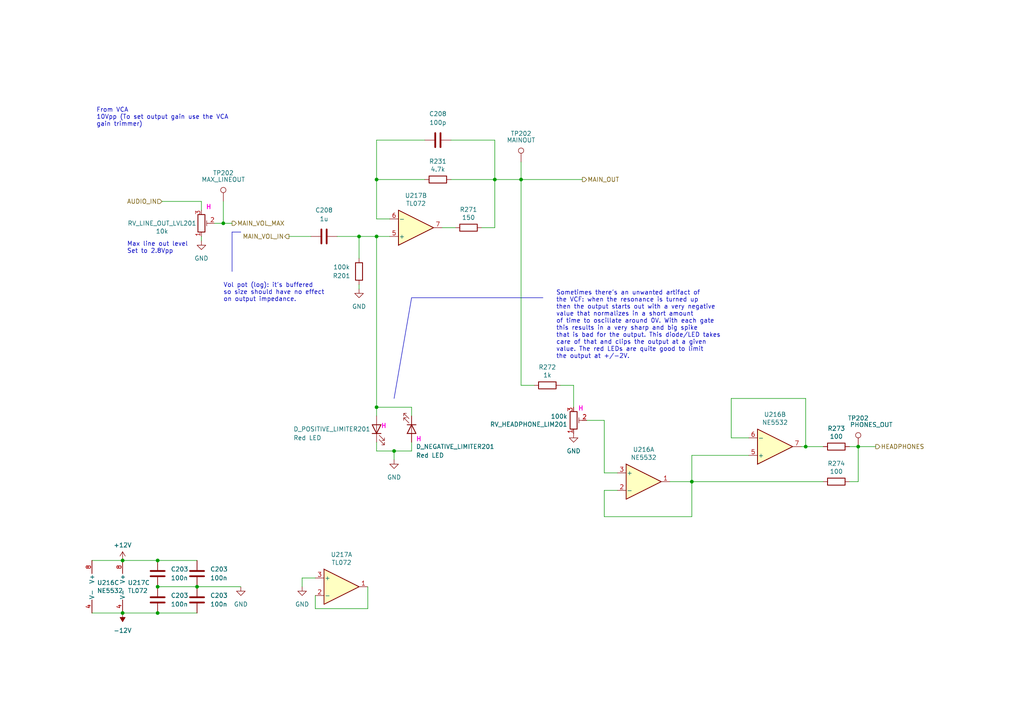
<source format=kicad_sch>
(kicad_sch (version 20231120) (generator "eeschema") (generator_version "8.0")
  (paper "A4")
  (title_block (title "Output"))
  (lib_symbols
    (symbol "Amplifier_Operational:NE5532" (pin_names (offset 0.127))
      (property "Reference" "U" (at 0 5.08 0))
      (property "Value" "NE5532" (at 0 -5.08 0))
      (symbol "NE5532_1_1"
        (polyline (pts (xy -5.08 5.08) (xy 5.08 0) (xy -5.08 -5.08) (xy -5.08 5.08)) (stroke (width 0.254)) (fill (type background)))
        (pin output line (at 7.62 0 180) (length 2.54) (name "~") (number "1"))
        (pin input line (at -7.62 -2.54 0) (length 2.54) (name "-") (number "2"))
        (pin input line (at -7.62 2.54 0) (length 2.54) (name "+") (number "3"))
      )
      (symbol "NE5532_2_1"
        (polyline (pts (xy -5.08 5.08) (xy 5.08 0) (xy -5.08 -5.08) (xy -5.08 5.08)) (stroke (width 0.254)) (fill (type background)))
        (pin input line (at -7.62 2.54 0) (length 2.54) (name "+") (number "5"))
        (pin input line (at -7.62 -2.54 0) (length 2.54) (name "-") (number "6"))
        (pin output line (at 7.62 0 180) (length 2.54) (name "~") (number "7"))
      )
      (symbol "NE5532_3_1"
        (pin power_in line (at -2.54 -7.62 90) (length 3.81) (name "V-") (number "4"))
        (pin power_in line (at -2.54 7.62 270) (length 3.81) (name "V+") (number "8"))
      )
    )
    (symbol "Amplifier_Operational:TL072" (pin_names (offset 0.127))
      (property "Reference" "U" (at 0 5.08 0))
      (property "Value" "TL072" (at 0 -5.08 0))
      (symbol "TL072_1_1"
        (polyline (pts (xy -5.08 5.08) (xy 5.08 0) (xy -5.08 -5.08) (xy -5.08 5.08)) (stroke (width 0.254)) (fill (type background)))
        (pin output line (at 7.62 0 180) (length 2.54) (name "~") (number "1"))
        (pin input line (at -7.62 -2.54 0) (length 2.54) (name "-") (number "2"))
        (pin input line (at -7.62 2.54 0) (length 2.54) (name "+") (number "3"))
      )
      (symbol "TL072_2_1"
        (polyline (pts (xy -5.08 5.08) (xy 5.08 0) (xy -5.08 -5.08) (xy -5.08 5.08)) (stroke (width 0.254)) (fill (type background)))
        (pin input line (at -7.62 2.54 0) (length 2.54) (name "+") (number "5"))
        (pin input line (at -7.62 -2.54 0) (length 2.54) (name "-") (number "6"))
        (pin output line (at 7.62 0 180) (length 2.54) (name "~") (number "7"))
      )
      (symbol "TL072_3_1"
        (pin power_in line (at -2.54 -7.62 90) (length 3.81) (name "V-") (number "4"))
        (pin power_in line (at -2.54 7.62 270) (length 3.81) (name "V+") (number "8"))
      )
    )
    (symbol "Connector:TestPoint" (pin_numbers hide) (pin_names (offset 0.762) hide)
      (property "Reference" "TP" (at 0 6.858 0))
      (property "Value" "TestPoint" (at 0 5.08 0))
      (symbol "TestPoint_0_1"
        (circle (center 0 3.302) (radius 0.762))
      )
      (symbol "TestPoint_1_1"
        (pin passive line (at 0 0 90) (length 2.54) (name "1") (number "1"))
      )
    )
    (symbol "Device:C" (pin_numbers hide) (pin_names (offset 0.254))
      (property "Reference" "C" (at 0.635 2.54 0))
      (property "Value" "C" (at 0.635 -2.54 0))
      (symbol "C_0_1"
        (polyline (pts (xy -2.032 -0.762) (xy 2.032 -0.762)) (stroke (width 0.508)))
        (polyline (pts (xy -2.032 0.762) (xy 2.032 0.762)) (stroke (width 0.508)))
      )
      (symbol "C_1_1"
        (pin passive line (at 0 3.81 270) (length 2.794) (name "~") (number "1"))
        (pin passive line (at 0 -3.81 90) (length 2.794) (name "~") (number "2"))
      )
    )
    (symbol "Device:LED" (pin_numbers hide) (pin_names (offset 1.016) hide)
      (property "Reference" "D" (at 0 2.54 0))
      (property "Value" "LED" (at 0 -2.54 0))
      (symbol "LED_0_1"
        (polyline (pts (xy -1.27 -1.27) (xy -1.27 1.27)) (stroke (width 0.254)))
        (polyline (pts (xy -1.27 0) (xy 1.27 0)))
        (polyline (pts (xy 1.27 -1.27) (xy 1.27 1.27) (xy -1.27 0) (xy 1.27 -1.27)) (stroke (width 0.254)))
        (polyline (pts (xy -3.048 -0.762) (xy -4.572 -2.286) (xy -3.81 -2.286) (xy -4.572 -2.286) (xy -4.572 -1.524)))
        (polyline (pts (xy -1.778 -0.762) (xy -3.302 -2.286) (xy -2.54 -2.286) (xy -3.302 -2.286) (xy -3.302 -1.524)))
      )
      (symbol "LED_1_1"
        (pin passive line (at -3.81 0 0) (length 2.54) (name "K") (number "1"))
        (pin passive line (at 3.81 0 180) (length 2.54) (name "A") (number "2"))
      )
    )
    (symbol "Device:R" (pin_numbers hide) (pin_names (offset 0))
      (property "Reference" "R" (at 2.032 0 90))
      (property "Value" "R" (at 0 0 90))
      (symbol "R_0_1"
        (rectangle (start -1.016 -2.54) (end 1.016 2.54) (stroke (width 0.254)))
      )
      (symbol "R_1_1"
        (pin passive line (at 0 3.81 270) (length 1.27) (name "~") (number "1"))
        (pin passive line (at 0 -3.81 90) (length 1.27) (name "~") (number "2"))
      )
    )
    (symbol "Device:R_Potentiometer_Trim" (pin_names (offset 1.016) hide)
      (property "Reference" "RV" (at -4.445 0 90))
      (property "Value" "R_Potentiometer_Trim" (at -2.54 0 90))
      (symbol "R_Potentiometer_Trim_0_1"
        (polyline (pts (xy 1.524 0.762) (xy 1.524 -0.762)))
        (polyline (pts (xy 2.54 0) (xy 1.524 0)))
        (rectangle (start 1.016 2.54) (end -1.016 -2.54) (stroke (width 0.254)))
      )
      (symbol "R_Potentiometer_Trim_1_1"
        (pin passive line (at 0 3.81 270) (length 1.27) (name "1") (number "1"))
        (pin passive line (at 3.81 0 180) (length 1.27) (name "2") (number "2"))
        (pin passive line (at 0 -3.81 90) (length 1.27) (name "3") (number "3"))
      )
    )
    (symbol "GND_2" (power) (pin_names (offset 0))
      (property "Value" "GND_2" (at 0 -3.81 0))
      (symbol "GND_2_0_1"
        (polyline (pts (xy 0 0) (xy 0 -1.27) (xy 1.27 -1.27) (xy 0 -2.54) (xy -1.27 -1.27) (xy 0 -1.27)))
      )
      (symbol "GND_2_1_1"
        (pin power_in line (at 0 0 270) (length 0) hide (name "GND") (number "1"))
      )
    )
    (symbol "GND_3" (power) (pin_names (offset 0))
      (property "Value" "GND_3" (at 0 -3.81 0))
      (symbol "GND_3_0_1"
        (polyline (pts (xy 0 0) (xy 0 -1.27) (xy 1.27 -1.27) (xy 0 -2.54) (xy -1.27 -1.27) (xy 0 -1.27)))
      )
      (symbol "GND_3_1_1"
        (pin power_in line (at 0 0 270) (length 0) hide (name "GND") (number "1"))
      )
    )
    (symbol "GND_4" (power) (pin_names (offset 0))
      (property "Value" "GND_4" (at 0 -3.81 0))
      (symbol "GND_4_0_1"
        (polyline (pts (xy 0 0) (xy 0 -1.27) (xy 1.27 -1.27) (xy 0 -2.54) (xy -1.27 -1.27) (xy 0 -1.27)))
      )
      (symbol "GND_4_1_1"
        (pin power_in line (at 0 0 270) (length 0) hide (name "GND") (number "1"))
      )
    )
    (symbol "power:+12V" (power) (pin_names (offset 0))
      (property "Value" "+12V" (at 0 3.556 0))
      (symbol "+12V_0_1"
        (polyline (pts (xy -0.762 1.27) (xy 0 2.54)))
        (polyline (pts (xy 0 0) (xy 0 2.54)))
        (polyline (pts (xy 0 2.54) (xy 0.762 1.27)))
      )
      (symbol "+12V_1_1"
        (pin power_in line (at 0 0 90) (length 0) hide (name "+12V") (number "1"))
      )
    )
    (symbol "power:-12V" (power) (pin_names (offset 0))
      (property "Value" "-12V" (at 0 3.81 0))
      (symbol "-12V_0_0"
        (pin power_in line (at 0 0 90) (length 0) hide (name "-12V") (number "1"))
      )
      (symbol "-12V_0_1"
        (polyline (pts (xy 0 0) (xy 0 1.27) (xy 0.762 1.27) (xy 0 2.54) (xy -0.762 1.27) (xy 0 1.27)) (fill (type outline)))
      )
    )
    (symbol "power:GND" (power) (pin_names (offset 0))
      (property "Value" "GND" (at 0 -3.81 0))
      (symbol "GND_0_1"
        (polyline (pts (xy 0 0) (xy 0 -1.27) (xy 1.27 -1.27) (xy 0 -2.54) (xy -1.27 -1.27) (xy 0 -1.27)))
      )
      (symbol "GND_1_1"
        (pin power_in line (at 0 0 270) (length 0) hide (name "GND") (number "1"))
      )
    )
  )
  (junction (at 45.72 170.18))
  (junction (at 35.56 177.8))
  (junction (at 104.14 68.58))
  (junction (at 248.92 129.54))
  (junction (at 233.68 129.54))
  (junction (at 151.13 52.07))
  (junction (at 35.56 162.56))
  (junction (at 45.72 162.56))
  (junction (at 45.72 177.8))
  (junction (at 109.22 68.58))
  (junction (at 109.22 52.07))
  (junction (at 64.77 64.77))
  (junction (at 200.66 139.7))
  (junction (at 114.3 130.81))
  (junction (at 143.51 52.07))
  (junction (at 57.15 170.18))
  (junction (at 109.22 118.11))
  (wire (pts (xy 109.22 52.07) (xy 123.19 52.07)))
  (wire (pts (xy 119.38 118.11) (xy 109.22 118.11)))
  (wire (pts (xy 119.38 130.81) (xy 119.38 128.27)))
  (wire (pts (xy 109.22 63.5) (xy 109.22 52.07)))
  (wire (pts (xy 212.09 115.57) (xy 233.68 115.57)))
  (wire (pts (xy 109.22 128.27) (xy 109.22 130.81)))
  (wire (pts (xy 154.94 111.76) (xy 151.13 111.76)))
  (wire (pts (xy 109.22 63.5) (xy 113.03 63.5)))
  (wire (pts (xy 91.44 167.64) (xy 87.63 167.64)))
  (wire (pts (xy 248.92 129.54) (xy 248.92 139.7)))
  (wire (pts (xy 143.51 66.04) (xy 139.7 66.04)))
  (wire (pts (xy 175.26 142.24) (xy 175.26 149.86)))
  (wire (pts (xy 87.63 167.64) (xy 87.63 170.18)))
  (polyline (pts (xy 67.31 67.31) (xy 69.85 67.31)))
  (wire (pts (xy 109.22 68.58) (xy 104.14 68.58)))
  (wire (pts (xy 151.13 46.99) (xy 151.13 52.07)))
  (wire (pts (xy 238.76 129.54) (xy 233.68 129.54)))
  (polyline (pts (xy 119.38 86.36) (xy 114.3 115.57)))
  (polyline (pts (xy 67.31 78.74) (xy 67.31 67.31)))
  (wire (pts (xy 123.19 40.64) (xy 109.22 40.64)))
  (wire (pts (xy 130.81 40.64) (xy 143.51 40.64)))
  (wire (pts (xy 162.56 111.76) (xy 166.37 111.76)))
  (wire (pts (xy 200.66 139.7) (xy 194.31 139.7)))
  (wire (pts (xy 104.14 83.82) (xy 104.14 82.55)))
  (wire (pts (xy 109.22 40.64) (xy 109.22 52.07)))
  (wire (pts (xy 109.22 130.81) (xy 114.3 130.81)))
  (wire (pts (xy 91.44 176.53) (xy 106.68 176.53)))
  (wire (pts (xy 170.18 121.92) (xy 175.26 121.92)))
  (wire (pts (xy 151.13 111.76) (xy 151.13 52.07)))
  (wire (pts (xy 62.23 64.77) (xy 64.77 64.77)))
  (wire (pts (xy 97.79 68.58) (xy 104.14 68.58)))
  (wire (pts (xy 45.72 162.56) (xy 57.15 162.56)))
  (wire (pts (xy 143.51 40.64) (xy 143.51 52.07)))
  (wire (pts (xy 114.3 133.35) (xy 114.3 130.81)))
  (wire (pts (xy 26.67 177.8) (xy 35.56 177.8)))
  (wire (pts (xy 35.56 177.8) (xy 45.72 177.8)))
  (wire (pts (xy 35.56 162.56) (xy 45.72 162.56)))
  (polyline (pts (xy 157.48 86.36) (xy 119.38 86.36)))
  (wire (pts (xy 106.68 176.53) (xy 106.68 170.18)))
  (wire (pts (xy 119.38 118.11) (xy 119.38 120.65)))
  (wire (pts (xy 248.92 129.54) (xy 254 129.54)))
  (wire (pts (xy 233.68 115.57) (xy 233.68 129.54)))
  (wire (pts (xy 175.26 149.86) (xy 200.66 149.86)))
  (wire (pts (xy 246.38 139.7) (xy 248.92 139.7)))
  (wire (pts (xy 109.22 118.11) (xy 109.22 120.65)))
  (wire (pts (xy 114.3 130.81) (xy 119.38 130.81)))
  (wire (pts (xy 45.72 170.18) (xy 57.15 170.18)))
  (wire (pts (xy 179.07 137.16) (xy 175.26 137.16)))
  (wire (pts (xy 130.81 52.07) (xy 143.51 52.07)))
  (wire (pts (xy 46.99 58.42) (xy 58.42 58.42)))
  (wire (pts (xy 166.37 111.76) (xy 166.37 118.11)))
  (wire (pts (xy 64.77 64.77) (xy 67.31 64.77)))
  (wire (pts (xy 109.22 68.58) (xy 113.03 68.58)))
  (wire (pts (xy 175.26 121.92) (xy 175.26 137.16)))
  (wire (pts (xy 238.76 139.7) (xy 200.66 139.7)))
  (wire (pts (xy 246.38 129.54) (xy 248.92 129.54)))
  (wire (pts (xy 200.66 149.86) (xy 200.66 139.7)))
  (wire (pts (xy 217.17 127) (xy 212.09 127)))
  (wire (pts (xy 83.82 68.58) (xy 90.17 68.58)))
  (wire (pts (xy 217.17 132.08) (xy 200.66 132.08)))
  (wire (pts (xy 104.14 68.58) (xy 104.14 74.93)))
  (wire (pts (xy 143.51 52.07) (xy 143.51 66.04)))
  (wire (pts (xy 128.27 66.04) (xy 132.08 66.04)))
  (wire (pts (xy 58.42 60.96) (xy 58.42 58.42)))
  (wire (pts (xy 233.68 129.54) (xy 232.41 129.54)))
  (wire (pts (xy 212.09 127) (xy 212.09 115.57)))
  (wire (pts (xy 179.07 142.24) (xy 175.26 142.24)))
  (wire (pts (xy 57.15 170.18) (xy 69.85 170.18)))
  (wire (pts (xy 151.13 52.07) (xy 168.91 52.07)))
  (wire (pts (xy 45.72 177.8) (xy 57.15 177.8)))
  (wire (pts (xy 58.42 69.85) (xy 58.42 68.58)))
  (wire (pts (xy 143.51 52.07) (xy 151.13 52.07)))
  (wire (pts (xy 64.77 58.42) (xy 64.77 64.77)))
  (wire (pts (xy 35.56 162.56) (xy 26.67 162.56)))
  (wire (pts (xy 91.44 172.72) (xy 91.44 176.53)))
  (wire (pts (xy 200.66 132.08) (xy 200.66 139.7)))
  (wire (pts (xy 109.22 68.58) (xy 109.22 118.11)))
  (text "Vol pot (log): it's buffered\nso size should have no effect\non output impedance." (at 64.77 87.63 0) (effects (font (size 1.27 1.27)) (justify left bottom)))
  (text "H" (at 110.49 124.46 0) (effects (font (size 1.27 1.27) (thickness 0.254) (bold yes)) (justify left bottom)))
  (text "Max line out level\nSet to 2.8Vpp" (at 36.83 73.66 0) (effects (font (size 1.27 1.27)) (justify left bottom)))
  (text "From VCA\n10Vpp (To set output gain use the VCA \ngain trimmer)" (at 27.94 36.83 0) (effects (font (size 1.27 1.27)) (justify left bottom)))
  (text "H" (at 59.69 60.96 0) (effects (font (size 1.27 1.27) (thickness 0.254) (bold yes)) (justify left bottom)))
  (text "H" (at 167.64 119.38 0) (effects (font (size 1.27 1.27) (thickness 0.254) (bold yes)) (justify left bottom)))
  (text "Sometimes there's an unwanted artifact of \nthe VCF: when the resonance is turned up\nthen the output starts out with a very negative\nvalue that normalizes in a short amount\nof time to oscillate around 0V. With each gate\nthis results in a very sharp and big spike\nthat is bad for the output. This diode/LED takes\ncare of that and clips the output at a given \nvalue. The red LEDs are quite good to limit\nthe output at +/-2V." (at 161.29 104.14 0) (effects (font (size 1.27 1.27)) (justify left bottom)))
  (text "H" (at 120.65 128.27 0) (effects (font (size 1.27 1.27) (thickness 0.254) (bold yes)) (justify left bottom)))
  (hierarchical_label "MAIN_OUT" (shape output) (at 168.91 52.07 0))
  (hierarchical_label "MAIN_VOL_MAX" (shape output) (at 67.31 64.77 0))
  (hierarchical_label "AUDIO_IN" (shape input) (at 46.99 58.42 180))
  (hierarchical_label "MAIN_VOL_IN" (shape output) (at 83.82 68.58 180))
  (hierarchical_label "HEADPHONES" (shape output) (at 254 129.54 0))
  (symbol (lib_id "Amplifier_Operational:NE5532") (at 224.79 129.54 0) (mirror x) (unit 2)
    (property "Reference" "U216" (at 224.79 120.2182 0))
    (property "Value" "NE5532" (at 224.79 122.5296 0))
    (property "Footprint" "Package_SO:SOIC-8_3.9x4.9mm_P1.27mm" (effects (hide yes)))
    (property "Datasheet" "http://www.ti.com/lit/ds/symlink/ne5532.pdf" (effects (hide yes)))
    (property "LCSC" "C7426" (effects (hide yes)))
    (instances (project "core-rev-3" (path "" (reference "U216") (unit 2))) (project "hog-f1-control" (path "" (reference "U9") (unit 2))))
  )
  (symbol (lib_id "power:-12V") (at 35.56 177.8 180) (unit 1)
    (property "Reference" "#PWR0300" (effects (hide yes)))
    (property "Value" "-12V" (at 35.56 182.88 0))
  )
  (symbol (lib_id "Device:R") (at 127 52.07 270) (unit 1)
    (property "Reference" "R231" (at 127 46.8122 90))
    (property "Value" "4.7k" (at 127 49.1236 90))
    (property "Footprint" "Resistor_SMD:R_0603_1608Metric" (effects (hide yes)))
    (property "LCSC" "C23162" (effects (hide yes)))
    (instances (project "core-rev-3" (path "" (reference "R231") (unit 1))) (project "hog-f1-control" (path "" (reference "R35") (unit 1))))
  )
  (symbol (lib_id "power:+12V") (at 35.56 162.56 0) (unit 1)
    (property "Reference" "#PWR0299" (effects (hide yes)))
    (property "Value" "+12V" (at 35.56 158.115 0))
  )
  (symbol (lib_name "GND_3") (lib_id "power:GND") (at 166.37 125.73 0) (unit 1)
    (property "Reference" "#PWR0304" (effects (hide yes)))
    (property "Value" "GND" (at 166.37 130.81 0))
  )
  (symbol (lib_id "power:GND") (at 104.14 83.82 0) (unit 1)
    (property "Reference" "#PWR0368" (effects (hide yes)))
    (property "Value" "GND" (at 104.14 88.9 0))
  )
  (symbol (lib_id "Connector:TestPoint") (at 248.92 129.54 0) (unit 1) (in_bom no)
    (property "Reference" "TP202" (at 248.92 121.285 0))
    (property "Value" "PHONES_OUT" (at 252.73 123.19 0))
    (property "Footprint" "TestPoint:TestPoint_THTPad_2.0x2.0mm_Drill1.0mm" (effects (hide yes)))
    (instances (project "core-rev-3" (path "" (reference "TP202") (unit 1)) (path "" (reference "TP209") (unit 1)) (path "" (reference "TP210") (unit 1)) (path "" (reference "TP206") (unit 1)) (path "" (reference "TP229") (unit 1))))
  )
  (symbol (lib_id "Device:C") (at 127 40.64 90) (unit 1)
    (property "Reference" "C208" (at 127 33.02 90))
    (property "Value" "100p" (at 127 35.56 90))
    (property "Footprint" "Capacitor_SMD:C_0603_1608Metric" (effects (hide yes)))
    (property "LCSC" "C14858" (effects (hide yes)))
    (instances (project "A-psu-voice-proto-4l" (path "" (reference "C208") (unit 1))) (project "core-rev-3" (path "" (reference "C205") (unit 1)) (path "" (reference "C215") (unit 1)) (path "" (reference "C276") (unit 1)) (path "" (reference "C282") (unit 1))) (project "hog-v2-voice-proto" (path "" (reference "C208") (unit 1))))
  )
  (symbol (lib_id "Amplifier_Operational:TL072") (at 38.1 170.18 0) (unit 3)
    (property "Reference" "U217" (at 37.0332 169.0116 0) (effects (justify left)))
    (property "Value" "TL072" (at 37.0332 171.323 0) (effects (justify left)))
    (property "Footprint" "Package_SO:SOIC-8_3.9x4.9mm_P1.27mm" (effects (hide yes)))
    (property "Datasheet" "http://www.ti.com/lit/ds/symlink/tl071.pdf" (effects (hide yes)))
    (property "LCSC" "C6961" (effects (hide yes)))
    (instances (project "core-rev-3" (path "" (reference "U217") (unit 3))) (project "hog-f1-control" (path "" (reference "U8") (unit 3))))
  )
  (symbol (lib_id "Amplifier_Operational:NE5532") (at 29.21 170.18 0) (unit 3)
    (property "Reference" "U216" (at 28.1432 169.0116 0) (effects (justify left)))
    (property "Value" "NE5532" (at 28.1432 171.323 0) (effects (justify left)))
    (property "Footprint" "Package_SO:SOIC-8_3.9x4.9mm_P1.27mm" (effects (hide yes)))
    (property "Datasheet" "http://www.ti.com/lit/ds/symlink/ne5532.pdf" (effects (hide yes)))
    (property "LCSC" "C7426" (effects (hide yes)))
    (instances (project "core-rev-3" (path "" (reference "U216") (unit 3))) (project "hog-f1-control" (path "" (reference "U9") (unit 3))))
  )
  (symbol (lib_id "Connector:TestPoint") (at 64.77 58.42 0) (unit 1) (in_bom no)
    (property "Reference" "TP202" (at 64.77 50.165 0))
    (property "Value" "MAX_LINEOUT" (at 64.77 52.07 0))
    (property "Footprint" "TestPoint:TestPoint_THTPad_2.0x2.0mm_Drill1.0mm" (effects (hide yes)))
    (instances (project "core-rev-3" (path "" (reference "TP202") (unit 1)) (path "" (reference "TP209") (unit 1)) (path "" (reference "TP210") (unit 1)) (path "" (reference "TP206") (unit 1)) (path "" (reference "TP228") (unit 1))))
  )
  (symbol (lib_id "Device:R") (at 104.14 78.74 180) (unit 1)
    (property "Reference" "R201" (at 99.06 80.01 0))
    (property "Value" "100k" (at 99.06 77.47 0))
    (property "Footprint" "Resistor_SMD:R_0603_1608Metric_Pad0.98x0.95mm_HandSolder" (effects (hide yes)))
    (property "LCSC" "C25803" (effects (hide yes)))
    (instances (project "A-psu-voice-proto-4l" (path "" (reference "R201") (unit 1))) (project "core-rev-3" (path "" (reference "R201") (unit 1)) (path "" (reference "R270") (unit 1)) (path "" (reference "R242") (unit 1))) (project "hog-v2-voice-proto" (path "" (reference "R201") (unit 1))))
  )
  (symbol (lib_id "Device:C") (at 93.98 68.58 90) (unit 1)
    (property "Reference" "C208" (at 93.98 60.96 90))
    (property "Value" "1u" (at 93.98 63.5 90))
    (property "Footprint" "Capacitor_SMD:C_0603_1608Metric_Pad1.08x0.95mm_HandSolder" (effects (hide yes)))
    (property "LCSC" "C15849" (effects (hide yes)))
    (instances (project "A-psu-voice-proto-4l" (path "" (reference "C208") (unit 1))) (project "core-rev-3" (path "" (reference "C205") (unit 1)) (path "" (reference "C215") (unit 1)) (path "" (reference "C277") (unit 1)) (path "" (reference "C282") (unit 1))) (project "hog-v2-voice-proto" (path "" (reference "C208") (unit 1))))
  )
  (symbol (lib_id "Device:LED") (at 109.22 124.46 90) (unit 1) (in_bom no)
    (property "Reference" "D_POSITIVE_LIMITER201" (at 85.09 124.46 90) (effects (justify right)))
    (property "Value" "Red LED" (at 85.09 127 90) (effects (justify right)))
    (property "Footprint" "LED_THT:LED_D5.0mm" (effects (hide yes)))
    (instances (project "core-rev-3" (path "" (reference "D_POSITIVE_LIMITER201") (unit 1))) (project "hog-f1-control" (path "" (reference "D_NEGATIVE_LIMITER1") (unit 1))))
  )
  (symbol (lib_id "power:GND") (at 69.85 170.18 0) (unit 1)
    (property "Reference" "#PWR0301" (effects (hide yes)))
    (property "Value" "GND" (at 69.85 175.26 0))
  )
  (symbol (lib_id "Device:R_Potentiometer_Trim") (at 58.42 64.77 0) (mirror x) (unit 1) (in_bom no)
    (property "Reference" "RV_LINE_OUT_LVL201" (at 46.99 64.77 0))
    (property "Value" "10k" (at 46.99 67.0814 0))
    (property "Footprint" "Potentiometer_THT:Potentiometer_ACP_CA6-H2,5_Horizontal" (effects (hide yes)))
    (instances (project "core-rev-3" (path "" (reference "RV_LINE_OUT_LVL201") (unit 1))) (project "hog-f1-control" (path "" (reference "RV_LINE_OUT_LVL1") (unit 1))))
  )
  (symbol (lib_id "Device:C") (at 57.15 173.99 0) (unit 1)
    (property "Reference" "C203" (at 60.96 172.72 0) (effects (justify left)))
    (property "Value" "100n" (at 60.96 175.26 0) (effects (justify left)))
    (property "Footprint" "Capacitor_SMD:C_0603_1608Metric" (effects (hide yes)))
    (property "LCSC" "C14663" (effects (hide yes)))
    (instances (project "A-psu-voice-proto-4l" (path "" (reference "C203") (unit 1))) (project "core-rev-3" (path "" (reference "C203") (unit 1)) (path "" (reference "C245") (unit 1))) (project "hog-v2-voice-proto" (path "" (reference "C203") (unit 1))))
  )
  (symbol (lib_name "GND_4") (lib_id "power:GND") (at 87.63 170.18 0) (unit 1)
    (property "Reference" "#PWR0302" (effects (hide yes)))
    (property "Value" "GND" (at 87.63 175.26 0))
  )
  (symbol (lib_name "GND_2") (lib_id "power:GND") (at 114.3 133.35 0) (unit 1)
    (property "Reference" "#PWR0305" (effects (hide yes)))
    (property "Value" "GND" (at 114.3 138.43 0))
  )
  (symbol (lib_id "Device:C") (at 57.15 166.37 0) (unit 1)
    (property "Reference" "C203" (at 60.96 165.1 0) (effects (justify left)))
    (property "Value" "100n" (at 60.96 167.64 0) (effects (justify left)))
    (property "Footprint" "Capacitor_SMD:C_0603_1608Metric" (effects (hide yes)))
    (property "LCSC" "C14663" (effects (hide yes)))
    (instances (project "A-psu-voice-proto-4l" (path "" (reference "C203") (unit 1))) (project "core-rev-3" (path "" (reference "C203") (unit 1)) (path "" (reference "C244") (unit 1))) (project "hog-v2-voice-proto" (path "" (reference "C203") (unit 1))))
  )
  (symbol (lib_id "Device:R") (at 135.89 66.04 270) (unit 1)
    (property "Reference" "R271" (at 135.89 60.7822 90))
    (property "Value" "150" (at 135.89 63.0936 90))
    (property "Footprint" "Resistor_SMD:R_0603_1608Metric" (effects (hide yes)))
    (property "LCSC" "C22808" (effects (hide yes)))
    (instances (project "core-rev-3" (path "" (reference "R271") (unit 1))) (project "hog-f1-control" (path "" (reference "R35") (unit 1))))
  )
  (symbol (lib_id "Amplifier_Operational:TL072") (at 120.65 66.04 0) (mirror x) (unit 2)
    (property "Reference" "U217" (at 120.65 56.7182 0))
    (property "Value" "TL072" (at 120.65 59.0296 0))
    (property "Footprint" "Package_SO:SOIC-8_3.9x4.9mm_P1.27mm" (effects (hide yes)))
    (property "Datasheet" "http://www.ti.com/lit/ds/symlink/tl071.pdf" (effects (hide yes)))
    (property "LCSC" "C6961" (effects (hide yes)))
    (instances (project "core-rev-3" (path "" (reference "U217") (unit 2))) (project "hog-f1-control" (path "" (reference "U8") (unit 2))))
  )
  (symbol (lib_id "Device:R_Potentiometer_Trim") (at 166.37 121.92 0) (mirror x) (unit 1) (in_bom no)
    (property "Reference" "RV_HEADPHONE_LIM201" (at 164.592 123.0884 0) (effects (justify right)))
    (property "Value" "100k" (at 164.592 120.777 0) (effects (justify right)))
    (property "Footprint" "Potentiometer_THT:Potentiometer_ACP_CA6-H2,5_Horizontal" (effects (hide yes)))
    (instances (project "core-rev-3" (path "" (reference "RV_HEADPHONE_LIM201") (unit 1))) (project "hog-f1-control" (path "" (reference "RV_HEADPHONE_LIM1") (unit 1))))
  )
  (symbol (lib_id "Device:C") (at 45.72 173.99 0) (unit 1)
    (property "Reference" "C203" (at 49.53 172.72 0) (effects (justify left)))
    (property "Value" "100n" (at 49.53 175.26 0) (effects (justify left)))
    (property "Footprint" "Capacitor_SMD:C_0603_1608Metric" (effects (hide yes)))
    (property "LCSC" "C14663" (effects (hide yes)))
    (instances (project "A-psu-voice-proto-4l" (path "" (reference "C203") (unit 1))) (project "core-rev-3" (path "" (reference "C203") (unit 1)) (path "" (reference "C243") (unit 1))) (project "hog-v2-voice-proto" (path "" (reference "C203") (unit 1))))
  )
  (symbol (lib_id "Amplifier_Operational:NE5532") (at 186.69 139.7 0) (unit 1)
    (property "Reference" "U216" (at 186.69 130.3782 0))
    (property "Value" "NE5532" (at 186.69 132.6896 0))
    (property "Footprint" "Package_SO:SOIC-8_3.9x4.9mm_P1.27mm" (effects (hide yes)))
    (property "Datasheet" "http://www.ti.com/lit/ds/symlink/ne5532.pdf" (effects (hide yes)))
    (property "LCSC" "C7426" (effects (hide yes)))
    (instances (project "core-rev-3" (path "" (reference "U216") (unit 1))) (project "hog-f1-control" (path "" (reference "U9") (unit 1))))
  )
  (symbol (lib_id "Device:R") (at 242.57 129.54 270) (unit 1)
    (property "Reference" "R273" (at 242.57 124.2822 90))
    (property "Value" "100" (at 242.57 126.5936 90))
    (property "Footprint" "Resistor_SMD:R_0603_1608Metric" (effects (hide yes)))
    (property "LCSC" "C22775" (effects (hide yes)))
    (instances (project "core-rev-3" (path "" (reference "R273") (unit 1))) (project "hog-f1-control" (path "" (reference "R37") (unit 1))))
  )
  (symbol (lib_id "Device:R") (at 158.75 111.76 270) (unit 1)
    (property "Reference" "R272" (at 158.75 106.5022 90))
    (property "Value" "1k" (at 158.75 108.8136 90))
    (property "Footprint" "Resistor_SMD:R_0603_1608Metric" (effects (hide yes)))
    (property "LCSC" "C21190" (effects (hide yes)))
    (instances (project "core-rev-3" (path "" (reference "R272") (unit 1))) (project "hog-f1-control" (path "" (reference "R35") (unit 1))))
  )
  (symbol (lib_id "power:GND") (at 58.42 69.85 0) (unit 1)
    (property "Reference" "#PWR0303" (effects (hide yes)))
    (property "Value" "GND" (at 58.42 74.93 0))
  )
  (symbol (lib_id "Connector:TestPoint") (at 151.13 46.99 0) (unit 1) (in_bom no)
    (property "Reference" "TP202" (at 151.13 38.735 0))
    (property "Value" "MAINOUT" (at 151.13 40.64 0))
    (property "Footprint" "TestPoint:TestPoint_THTPad_2.0x2.0mm_Drill1.0mm" (effects (hide yes)))
    (instances (project "core-rev-3" (path "" (reference "TP202") (unit 1)) (path "" (reference "TP209") (unit 1)) (path "" (reference "TP210") (unit 1)) (path "" (reference "TP206") (unit 1)) (path "" (reference "TP227") (unit 1))))
  )
  (symbol (lib_id "Device:LED") (at 119.38 124.46 270) (unit 1) (in_bom no)
    (property "Reference" "D_NEGATIVE_LIMITER201" (at 120.65 129.54 90) (effects (justify left)))
    (property "Value" "Red LED" (at 120.65 132.08 90) (effects (justify left)))
    (property "Footprint" "LED_THT:LED_D5.0mm" (effects (hide yes)))
    (instances (project "core-rev-3" (path "" (reference "D_NEGATIVE_LIMITER201") (unit 1))) (project "hog-f1-control" (path "" (reference "D_NEGATIVE_LIMITER1") (unit 1))))
  )
  (symbol (lib_id "Device:R") (at 242.57 139.7 270) (unit 1)
    (property "Reference" "R274" (at 242.57 134.4422 90))
    (property "Value" "100" (at 242.57 136.7536 90))
    (property "Footprint" "Resistor_SMD:R_0603_1608Metric" (effects (hide yes)))
    (property "LCSC" "C22775" (effects (hide yes)))
    (instances (project "core-rev-3" (path "" (reference "R274") (unit 1))) (project "hog-f1-control" (path "" (reference "R37") (unit 1))))
  )
  (symbol (lib_id "Device:C") (at 45.72 166.37 0) (unit 1)
    (property "Reference" "C203" (at 49.53 165.1 0) (effects (justify left)))
    (property "Value" "100n" (at 49.53 167.64 0) (effects (justify left)))
    (property "Footprint" "Capacitor_SMD:C_0603_1608Metric" (effects (hide yes)))
    (property "LCSC" "C14663" (effects (hide yes)))
    (instances (project "A-psu-voice-proto-4l" (path "" (reference "C203") (unit 1))) (project "core-rev-3" (path "" (reference "C203") (unit 1)) (path "" (reference "C242") (unit 1))) (project "hog-v2-voice-proto" (path "" (reference "C203") (unit 1))))
  )
  (symbol (lib_id "Amplifier_Operational:TL072") (at 99.06 170.18 0) (unit 1)
    (property "Reference" "U217" (at 99.06 160.8582 0))
    (property "Value" "TL072" (at 99.06 163.1696 0))
    (property "Footprint" "Package_SO:SOIC-8_3.9x4.9mm_P1.27mm" (effects (hide yes)))
    (property "Datasheet" "http://www.ti.com/lit/ds/symlink/tl071.pdf" (effects (hide yes)))
    (property "LCSC" "C6961" (effects (hide yes)))
    (instances (project "core-rev-3" (path "" (reference "U217") (unit 1))) (project "hog-f1-control" (path "" (reference "U8") (unit 1))))
  )
)
</source>
